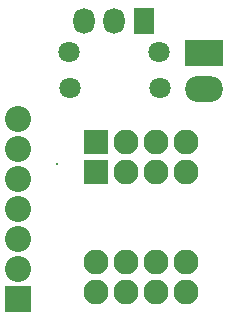
<source format=gbs>
G04 Layer_Color=8150272*
%FSAX43Y43*%
%MOMM*%
G71*
G01*
G75*
%ADD11C,0.300*%
%ADD25C,2.108*%
%ADD26R,2.108X2.108*%
%ADD27R,2.108X2.108*%
%ADD28R,2.203X2.203*%
%ADD29C,2.203*%
%ADD30O,3.203X2.203*%
%ADD31R,3.203X2.203*%
%ADD32R,1.803X2.203*%
%ADD33O,1.803X2.203*%
%ADD34C,1.803*%
D11*
X0026924Y0039116D02*
D03*
D25*
X0037846Y0030861D02*
D03*
X0035306D02*
D03*
X0032766D02*
D03*
X0030226D02*
D03*
X0037846Y0038481D02*
D03*
X0035306D02*
D03*
X0032766D02*
D03*
X0030226Y0028321D02*
D03*
X0035306Y0041021D02*
D03*
X0037846D02*
D03*
Y0028321D02*
D03*
X0035306D02*
D03*
X0032766D02*
D03*
Y0041021D02*
D03*
D26*
X0030226Y0038481D02*
D03*
D27*
Y0041021D02*
D03*
D28*
X0023622Y0027686D02*
D03*
D29*
Y0030226D02*
D03*
Y0032766D02*
D03*
Y0035306D02*
D03*
Y0037846D02*
D03*
Y0040386D02*
D03*
Y0042926D02*
D03*
D30*
X0039324Y0045534D02*
D03*
D31*
Y0048584D02*
D03*
D32*
X0034290Y0051270D02*
D03*
D33*
X0031750D02*
D03*
X0029210D02*
D03*
D34*
X0035560Y0048614D02*
D03*
X0027940D02*
D03*
X0028014Y0045584D02*
D03*
X0035634D02*
D03*
M02*

</source>
